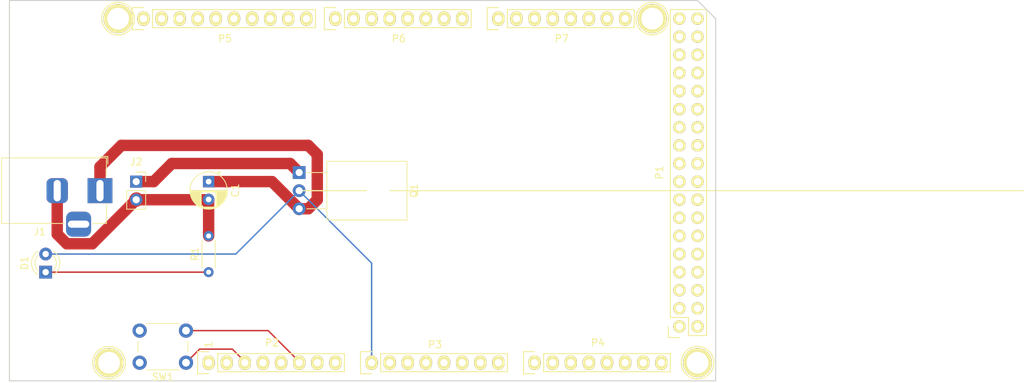
<source format=kicad_pcb>
(kicad_pcb (version 20171130) (host pcbnew "(5.1.2-1)-1")

  (general
    (thickness 1.6)
    (drawings 9)
    (tracks 38)
    (zones 0)
    (modules 18)
    (nets 89)
  )

  (page A4)
  (title_block
    (date "mar. 31 mars 2015")
  )

  (layers
    (0 F.Cu signal)
    (31 B.Cu signal)
    (32 B.Adhes user)
    (33 F.Adhes user)
    (34 B.Paste user)
    (35 F.Paste user)
    (36 B.SilkS user)
    (37 F.SilkS user)
    (38 B.Mask user)
    (39 F.Mask user)
    (40 Dwgs.User user)
    (41 Cmts.User user)
    (42 Eco1.User user)
    (43 Eco2.User user)
    (44 Edge.Cuts user)
    (45 Margin user)
    (46 B.CrtYd user)
    (47 F.CrtYd user)
    (48 B.Fab user)
    (49 F.Fab user)
  )

  (setup
    (last_trace_width 0.2)
    (user_trace_width 0.2)
    (user_trace_width 0.4)
    (user_trace_width 0.6)
    (user_trace_width 0.8)
    (user_trace_width 1)
    (user_trace_width 1.2)
    (user_trace_width 1.6)
    (user_trace_width 2)
    (trace_clearance 0.2)
    (zone_clearance 0.508)
    (zone_45_only no)
    (trace_min 0.2)
    (via_size 0.6)
    (via_drill 0.3)
    (via_min_size 0.4)
    (via_min_drill 0.3)
    (user_via 0.9 0.5)
    (user_via 1.2 0.8)
    (user_via 1.4 0.9)
    (user_via 1.5 1)
    (uvia_size 0.3)
    (uvia_drill 0.1)
    (uvias_allowed no)
    (uvia_min_size 0.2)
    (uvia_min_drill 0.1)
    (edge_width 0.15)
    (segment_width 0.15)
    (pcb_text_width 0.3)
    (pcb_text_size 1.5 1.5)
    (mod_edge_width 0.15)
    (mod_text_size 1 1)
    (mod_text_width 0.15)
    (pad_size 4.064 4.064)
    (pad_drill 3.048)
    (pad_to_mask_clearance 0)
    (aux_axis_origin 103.378 121.666)
    (grid_origin 131.318 119.126)
    (visible_elements FFFFFF7F)
    (pcbplotparams
      (layerselection 0x010f0_ffffffff)
      (usegerberextensions true)
      (usegerberattributes false)
      (usegerberadvancedattributes false)
      (creategerberjobfile false)
      (excludeedgelayer true)
      (linewidth 0.100000)
      (plotframeref false)
      (viasonmask true)
      (mode 1)
      (useauxorigin true)
      (hpglpennumber 1)
      (hpglpenspeed 20)
      (hpglpendiameter 15.000000)
      (psnegative false)
      (psa4output false)
      (plotreference true)
      (plotvalue false)
      (plotinvisibletext false)
      (padsonsilk false)
      (subtractmaskfromsilk true)
      (outputformat 1)
      (mirror false)
      (drillshape 0)
      (scaleselection 1)
      (outputdirectory ""))
  )

  (net 0 "")
  (net 1 GND)
  (net 2 "/52(SCK)")
  (net 3 "/53(SS)")
  (net 4 "/50(MISO)")
  (net 5 "/51(MOSI)")
  (net 6 /48)
  (net 7 /49)
  (net 8 /46)
  (net 9 /47)
  (net 10 /44)
  (net 11 /45)
  (net 12 /42)
  (net 13 /43)
  (net 14 /40)
  (net 15 /41)
  (net 16 /38)
  (net 17 /39)
  (net 18 /36)
  (net 19 /37)
  (net 20 /34)
  (net 21 /35)
  (net 22 /32)
  (net 23 /33)
  (net 24 /30)
  (net 25 /31)
  (net 26 /28)
  (net 27 /29)
  (net 28 /26)
  (net 29 /27)
  (net 30 /24)
  (net 31 /25)
  (net 32 /22)
  (net 33 /23)
  (net 34 +5V)
  (net 35 /IOREF)
  (net 36 /Reset)
  (net 37 /Vin)
  (net 38 /A0)
  (net 39 /A1)
  (net 40 /A2)
  (net 41 /A3)
  (net 42 /A4)
  (net 43 /A5)
  (net 44 /A6)
  (net 45 /A7)
  (net 46 /A8)
  (net 47 /A9)
  (net 48 /A10)
  (net 49 /A11)
  (net 50 /A12)
  (net 51 /A13)
  (net 52 /A14)
  (net 53 /A15)
  (net 54 /SCL)
  (net 55 /SDA)
  (net 56 /AREF)
  (net 57 "/20(SDA)")
  (net 58 "/21(SCL)")
  (net 59 "Net-(P8-Pad1)")
  (net 60 "Net-(P10-Pad1)")
  (net 61 "Net-(P11-Pad1)")
  (net 62 "Net-(P13-Pad1)")
  (net 63 "Net-(P2-Pad1)")
  (net 64 +3V3)
  (net 65 "/1(Tx0)")
  (net 66 "/0(Rx0)")
  (net 67 "/14(Tx3)")
  (net 68 "/15(Rx3)")
  (net 69 "/16(Tx2)")
  (net 70 "/17(Rx2)")
  (net 71 "/18(Tx1)")
  (net 72 "/19(Rx1)")
  (net 73 "/13(PWM)")
  (net 74 "/12(PWM)")
  (net 75 "/11(PWM)")
  (net 76 "/10(PWM)")
  (net 77 "/9(PWM)")
  (net 78 "/8(PWM)")
  (net 79 "/2(PWM)")
  (net 80 "/3(PWM)")
  (net 81 "/4(PWM)")
  (net 82 "/5(PWM)")
  (net 83 "/6(PWM)")
  (net 84 "/7(PWM)")
  (net 85 "Net-(C1-Pad1)")
  (net 86 "Net-(J1-Pad3)")
  (net 87 "Net-(J2-Pad1)")
  (net 88 "Net-(D1-Pad1)")

  (net_class Default "This is the default net class."
    (clearance 0.2)
    (trace_width 0.2)
    (via_dia 0.6)
    (via_drill 0.3)
    (uvia_dia 0.3)
    (uvia_drill 0.1)
    (diff_pair_width 0.2)
    (diff_pair_gap 0.2)
    (add_net +3V3)
    (add_net +5V)
    (add_net "/0(Rx0)")
    (add_net "/1(Tx0)")
    (add_net "/10(PWM)")
    (add_net "/11(PWM)")
    (add_net "/12(PWM)")
    (add_net "/13(PWM)")
    (add_net "/14(Tx3)")
    (add_net "/15(Rx3)")
    (add_net "/16(Tx2)")
    (add_net "/17(Rx2)")
    (add_net "/18(Tx1)")
    (add_net "/19(Rx1)")
    (add_net "/2(PWM)")
    (add_net "/20(SDA)")
    (add_net "/21(SCL)")
    (add_net /22)
    (add_net /23)
    (add_net /24)
    (add_net /25)
    (add_net /26)
    (add_net /27)
    (add_net /28)
    (add_net /29)
    (add_net "/3(PWM)")
    (add_net /30)
    (add_net /31)
    (add_net /32)
    (add_net /33)
    (add_net /34)
    (add_net /35)
    (add_net /36)
    (add_net /37)
    (add_net /38)
    (add_net /39)
    (add_net "/4(PWM)")
    (add_net /40)
    (add_net /41)
    (add_net /42)
    (add_net /43)
    (add_net /44)
    (add_net /45)
    (add_net /46)
    (add_net /47)
    (add_net /48)
    (add_net /49)
    (add_net "/5(PWM)")
    (add_net "/50(MISO)")
    (add_net "/51(MOSI)")
    (add_net "/52(SCK)")
    (add_net "/53(SS)")
    (add_net "/6(PWM)")
    (add_net "/7(PWM)")
    (add_net "/8(PWM)")
    (add_net "/9(PWM)")
    (add_net /A0)
    (add_net /A1)
    (add_net /A10)
    (add_net /A11)
    (add_net /A12)
    (add_net /A13)
    (add_net /A14)
    (add_net /A15)
    (add_net /A2)
    (add_net /A3)
    (add_net /A4)
    (add_net /A5)
    (add_net /A6)
    (add_net /A7)
    (add_net /A8)
    (add_net /A9)
    (add_net /AREF)
    (add_net /IOREF)
    (add_net /Reset)
    (add_net /SCL)
    (add_net /SDA)
    (add_net /Vin)
    (add_net GND)
    (add_net "Net-(C1-Pad1)")
    (add_net "Net-(D1-Pad1)")
    (add_net "Net-(J1-Pad3)")
    (add_net "Net-(J2-Pad1)")
    (add_net "Net-(P10-Pad1)")
    (add_net "Net-(P11-Pad1)")
    (add_net "Net-(P13-Pad1)")
    (add_net "Net-(P2-Pad1)")
    (add_net "Net-(P8-Pad1)")
  )

  (module Socket_Arduino_Mega:Socket_Strip_Arduino_2x18 locked (layer F.Cu) (tedit 55216789) (tstamp 551AFCE5)
    (at 197.358 114.046 90)
    (descr "Through hole socket strip")
    (tags "socket strip")
    (path /56D743B5)
    (fp_text reference P1 (at 21.59 -2.794 90) (layer F.SilkS)
      (effects (font (size 1 1) (thickness 0.15)))
    )
    (fp_text value Digital (at 21.59 -4.572 90) (layer F.Fab)
      (effects (font (size 1 1) (thickness 0.15)))
    )
    (fp_line (start -1.75 -1.75) (end -1.75 4.3) (layer F.CrtYd) (width 0.05))
    (fp_line (start 44.95 -1.75) (end 44.95 4.3) (layer F.CrtYd) (width 0.05))
    (fp_line (start -1.75 -1.75) (end 44.95 -1.75) (layer F.CrtYd) (width 0.05))
    (fp_line (start -1.75 4.3) (end 44.95 4.3) (layer F.CrtYd) (width 0.05))
    (fp_line (start -1.27 3.81) (end 44.45 3.81) (layer F.SilkS) (width 0.15))
    (fp_line (start 44.45 -1.27) (end 1.27 -1.27) (layer F.SilkS) (width 0.15))
    (fp_line (start 44.45 3.81) (end 44.45 -1.27) (layer F.SilkS) (width 0.15))
    (fp_line (start -1.27 3.81) (end -1.27 1.27) (layer F.SilkS) (width 0.15))
    (fp_line (start 0 -1.55) (end -1.55 -1.55) (layer F.SilkS) (width 0.15))
    (fp_line (start -1.27 1.27) (end 1.27 1.27) (layer F.SilkS) (width 0.15))
    (fp_line (start 1.27 1.27) (end 1.27 -1.27) (layer F.SilkS) (width 0.15))
    (fp_line (start -1.55 -1.55) (end -1.55 0) (layer F.SilkS) (width 0.15))
    (pad 1 thru_hole circle (at 0 0 90) (size 1.7272 1.7272) (drill 1.016) (layers *.Cu *.Mask F.SilkS)
      (net 1 GND))
    (pad 2 thru_hole oval (at 0 2.54 90) (size 1.7272 1.7272) (drill 1.016) (layers *.Cu *.Mask F.SilkS)
      (net 1 GND))
    (pad 3 thru_hole oval (at 2.54 0 90) (size 1.7272 1.7272) (drill 1.016) (layers *.Cu *.Mask F.SilkS)
      (net 2 "/52(SCK)"))
    (pad 4 thru_hole oval (at 2.54 2.54 90) (size 1.7272 1.7272) (drill 1.016) (layers *.Cu *.Mask F.SilkS)
      (net 3 "/53(SS)"))
    (pad 5 thru_hole oval (at 5.08 0 90) (size 1.7272 1.7272) (drill 1.016) (layers *.Cu *.Mask F.SilkS)
      (net 4 "/50(MISO)"))
    (pad 6 thru_hole oval (at 5.08 2.54 90) (size 1.7272 1.7272) (drill 1.016) (layers *.Cu *.Mask F.SilkS)
      (net 5 "/51(MOSI)"))
    (pad 7 thru_hole oval (at 7.62 0 90) (size 1.7272 1.7272) (drill 1.016) (layers *.Cu *.Mask F.SilkS)
      (net 6 /48))
    (pad 8 thru_hole oval (at 7.62 2.54 90) (size 1.7272 1.7272) (drill 1.016) (layers *.Cu *.Mask F.SilkS)
      (net 7 /49))
    (pad 9 thru_hole oval (at 10.16 0 90) (size 1.7272 1.7272) (drill 1.016) (layers *.Cu *.Mask F.SilkS)
      (net 8 /46))
    (pad 10 thru_hole oval (at 10.16 2.54 90) (size 1.7272 1.7272) (drill 1.016) (layers *.Cu *.Mask F.SilkS)
      (net 9 /47))
    (pad 11 thru_hole oval (at 12.7 0 90) (size 1.7272 1.7272) (drill 1.016) (layers *.Cu *.Mask F.SilkS)
      (net 10 /44))
    (pad 12 thru_hole oval (at 12.7 2.54 90) (size 1.7272 1.7272) (drill 1.016) (layers *.Cu *.Mask F.SilkS)
      (net 11 /45))
    (pad 13 thru_hole oval (at 15.24 0 90) (size 1.7272 1.7272) (drill 1.016) (layers *.Cu *.Mask F.SilkS)
      (net 12 /42))
    (pad 14 thru_hole oval (at 15.24 2.54 90) (size 1.7272 1.7272) (drill 1.016) (layers *.Cu *.Mask F.SilkS)
      (net 13 /43))
    (pad 15 thru_hole oval (at 17.78 0 90) (size 1.7272 1.7272) (drill 1.016) (layers *.Cu *.Mask F.SilkS)
      (net 14 /40))
    (pad 16 thru_hole oval (at 17.78 2.54 90) (size 1.7272 1.7272) (drill 1.016) (layers *.Cu *.Mask F.SilkS)
      (net 15 /41))
    (pad 17 thru_hole oval (at 20.32 0 90) (size 1.7272 1.7272) (drill 1.016) (layers *.Cu *.Mask F.SilkS)
      (net 16 /38))
    (pad 18 thru_hole oval (at 20.32 2.54 90) (size 1.7272 1.7272) (drill 1.016) (layers *.Cu *.Mask F.SilkS)
      (net 17 /39))
    (pad 19 thru_hole oval (at 22.86 0 90) (size 1.7272 1.7272) (drill 1.016) (layers *.Cu *.Mask F.SilkS)
      (net 18 /36))
    (pad 20 thru_hole oval (at 22.86 2.54 90) (size 1.7272 1.7272) (drill 1.016) (layers *.Cu *.Mask F.SilkS)
      (net 19 /37))
    (pad 21 thru_hole oval (at 25.4 0 90) (size 1.7272 1.7272) (drill 1.016) (layers *.Cu *.Mask F.SilkS)
      (net 20 /34))
    (pad 22 thru_hole oval (at 25.4 2.54 90) (size 1.7272 1.7272) (drill 1.016) (layers *.Cu *.Mask F.SilkS)
      (net 21 /35))
    (pad 23 thru_hole oval (at 27.94 0 90) (size 1.7272 1.7272) (drill 1.016) (layers *.Cu *.Mask F.SilkS)
      (net 22 /32))
    (pad 24 thru_hole oval (at 27.94 2.54 90) (size 1.7272 1.7272) (drill 1.016) (layers *.Cu *.Mask F.SilkS)
      (net 23 /33))
    (pad 25 thru_hole oval (at 30.48 0 90) (size 1.7272 1.7272) (drill 1.016) (layers *.Cu *.Mask F.SilkS)
      (net 24 /30))
    (pad 26 thru_hole oval (at 30.48 2.54 90) (size 1.7272 1.7272) (drill 1.016) (layers *.Cu *.Mask F.SilkS)
      (net 25 /31))
    (pad 27 thru_hole oval (at 33.02 0 90) (size 1.7272 1.7272) (drill 1.016) (layers *.Cu *.Mask F.SilkS)
      (net 26 /28))
    (pad 28 thru_hole oval (at 33.02 2.54 90) (size 1.7272 1.7272) (drill 1.016) (layers *.Cu *.Mask F.SilkS)
      (net 27 /29))
    (pad 29 thru_hole oval (at 35.56 0 90) (size 1.7272 1.7272) (drill 1.016) (layers *.Cu *.Mask F.SilkS)
      (net 28 /26))
    (pad 30 thru_hole oval (at 35.56 2.54 90) (size 1.7272 1.7272) (drill 1.016) (layers *.Cu *.Mask F.SilkS)
      (net 29 /27))
    (pad 31 thru_hole oval (at 38.1 0 90) (size 1.7272 1.7272) (drill 1.016) (layers *.Cu *.Mask F.SilkS)
      (net 30 /24))
    (pad 32 thru_hole oval (at 38.1 2.54 90) (size 1.7272 1.7272) (drill 1.016) (layers *.Cu *.Mask F.SilkS)
      (net 31 /25))
    (pad 33 thru_hole oval (at 40.64 0 90) (size 1.7272 1.7272) (drill 1.016) (layers *.Cu *.Mask F.SilkS)
      (net 32 /22))
    (pad 34 thru_hole oval (at 40.64 2.54 90) (size 1.7272 1.7272) (drill 1.016) (layers *.Cu *.Mask F.SilkS)
      (net 33 /23))
    (pad 35 thru_hole oval (at 43.18 0 90) (size 1.7272 1.7272) (drill 1.016) (layers *.Cu *.Mask F.SilkS)
      (net 34 +5V))
    (pad 36 thru_hole oval (at 43.18 2.54 90) (size 1.7272 1.7272) (drill 1.016) (layers *.Cu *.Mask F.SilkS)
      (net 34 +5V))
    (model ${KIPRJMOD}/Socket_Arduino_Mega.3dshapes/Socket_header_Arduino_2x18.wrl
      (offset (xyz 21.58999967575073 -1.269999980926514 0))
      (scale (xyz 1 1 1))
      (rotate (xyz 0 0 180))
    )
  )

  (module Socket_Arduino_Mega:Socket_Strip_Arduino_1x08 locked (layer F.Cu) (tedit 55216755) (tstamp 551AFCFC)
    (at 131.318 119.126)
    (descr "Through hole socket strip")
    (tags "socket strip")
    (path /56D71773)
    (fp_text reference P2 (at 8.89 -2.794) (layer F.SilkS)
      (effects (font (size 1 1) (thickness 0.15)))
    )
    (fp_text value Power (at 8.89 -4.318) (layer F.Fab)
      (effects (font (size 1 1) (thickness 0.15)))
    )
    (fp_line (start -1.75 -1.75) (end -1.75 1.75) (layer F.CrtYd) (width 0.05))
    (fp_line (start 19.55 -1.75) (end 19.55 1.75) (layer F.CrtYd) (width 0.05))
    (fp_line (start -1.75 -1.75) (end 19.55 -1.75) (layer F.CrtYd) (width 0.05))
    (fp_line (start -1.75 1.75) (end 19.55 1.75) (layer F.CrtYd) (width 0.05))
    (fp_line (start 1.27 1.27) (end 19.05 1.27) (layer F.SilkS) (width 0.15))
    (fp_line (start 19.05 1.27) (end 19.05 -1.27) (layer F.SilkS) (width 0.15))
    (fp_line (start 19.05 -1.27) (end 1.27 -1.27) (layer F.SilkS) (width 0.15))
    (fp_line (start -1.55 1.55) (end 0 1.55) (layer F.SilkS) (width 0.15))
    (fp_line (start 1.27 1.27) (end 1.27 -1.27) (layer F.SilkS) (width 0.15))
    (fp_line (start 0 -1.55) (end -1.55 -1.55) (layer F.SilkS) (width 0.15))
    (fp_line (start -1.55 -1.55) (end -1.55 1.55) (layer F.SilkS) (width 0.15))
    (pad 1 thru_hole oval (at 0 0) (size 1.7272 2.032) (drill 1.016) (layers *.Cu *.Mask F.SilkS)
      (net 63 "Net-(P2-Pad1)"))
    (pad 2 thru_hole oval (at 2.54 0) (size 1.7272 2.032) (drill 1.016) (layers *.Cu *.Mask F.SilkS)
      (net 35 /IOREF))
    (pad 3 thru_hole oval (at 5.08 0) (size 1.7272 2.032) (drill 1.016) (layers *.Cu *.Mask F.SilkS)
      (net 36 /Reset))
    (pad 4 thru_hole oval (at 7.62 0) (size 1.7272 2.032) (drill 1.016) (layers *.Cu *.Mask F.SilkS)
      (net 64 +3V3))
    (pad 5 thru_hole oval (at 10.16 0) (size 1.7272 2.032) (drill 1.016) (layers *.Cu *.Mask F.SilkS)
      (net 34 +5V))
    (pad 6 thru_hole oval (at 12.7 0) (size 1.7272 2.032) (drill 1.016) (layers *.Cu *.Mask F.SilkS)
      (net 1 GND))
    (pad 7 thru_hole oval (at 15.24 0) (size 1.7272 2.032) (drill 1.016) (layers *.Cu *.Mask F.SilkS)
      (net 1 GND))
    (pad 8 thru_hole oval (at 17.78 0) (size 1.7272 2.032) (drill 1.016) (layers *.Cu *.Mask F.SilkS)
      (net 37 /Vin))
    (model ${KIPRJMOD}/Socket_Arduino_Mega.3dshapes/Socket_header_Arduino_1x08.wrl
      (offset (xyz 8.889999866485596 0 0))
      (scale (xyz 1 1 1))
      (rotate (xyz 0 0 180))
    )
  )

  (module Socket_Arduino_Mega:Socket_Strip_Arduino_1x08 locked (layer F.Cu) (tedit 5521677D) (tstamp 551AFD13)
    (at 154.178 119.126)
    (descr "Through hole socket strip")
    (tags "socket strip")
    (path /56D72F1C)
    (fp_text reference P3 (at 8.89 -2.54) (layer F.SilkS)
      (effects (font (size 1 1) (thickness 0.15)))
    )
    (fp_text value Analog (at 8.89 -4.318) (layer F.Fab)
      (effects (font (size 1 1) (thickness 0.15)))
    )
    (fp_line (start -1.75 -1.75) (end -1.75 1.75) (layer F.CrtYd) (width 0.05))
    (fp_line (start 19.55 -1.75) (end 19.55 1.75) (layer F.CrtYd) (width 0.05))
    (fp_line (start -1.75 -1.75) (end 19.55 -1.75) (layer F.CrtYd) (width 0.05))
    (fp_line (start -1.75 1.75) (end 19.55 1.75) (layer F.CrtYd) (width 0.05))
    (fp_line (start 1.27 1.27) (end 19.05 1.27) (layer F.SilkS) (width 0.15))
    (fp_line (start 19.05 1.27) (end 19.05 -1.27) (layer F.SilkS) (width 0.15))
    (fp_line (start 19.05 -1.27) (end 1.27 -1.27) (layer F.SilkS) (width 0.15))
    (fp_line (start -1.55 1.55) (end 0 1.55) (layer F.SilkS) (width 0.15))
    (fp_line (start 1.27 1.27) (end 1.27 -1.27) (layer F.SilkS) (width 0.15))
    (fp_line (start 0 -1.55) (end -1.55 -1.55) (layer F.SilkS) (width 0.15))
    (fp_line (start -1.55 -1.55) (end -1.55 1.55) (layer F.SilkS) (width 0.15))
    (pad 1 thru_hole oval (at 0 0) (size 1.7272 2.032) (drill 1.016) (layers *.Cu *.Mask F.SilkS)
      (net 38 /A0))
    (pad 2 thru_hole oval (at 2.54 0) (size 1.7272 2.032) (drill 1.016) (layers *.Cu *.Mask F.SilkS)
      (net 39 /A1))
    (pad 3 thru_hole oval (at 5.08 0) (size 1.7272 2.032) (drill 1.016) (layers *.Cu *.Mask F.SilkS)
      (net 40 /A2))
    (pad 4 thru_hole oval (at 7.62 0) (size 1.7272 2.032) (drill 1.016) (layers *.Cu *.Mask F.SilkS)
      (net 41 /A3))
    (pad 5 thru_hole oval (at 10.16 0) (size 1.7272 2.032) (drill 1.016) (layers *.Cu *.Mask F.SilkS)
      (net 42 /A4))
    (pad 6 thru_hole oval (at 12.7 0) (size 1.7272 2.032) (drill 1.016) (layers *.Cu *.Mask F.SilkS)
      (net 43 /A5))
    (pad 7 thru_hole oval (at 15.24 0) (size 1.7272 2.032) (drill 1.016) (layers *.Cu *.Mask F.SilkS)
      (net 44 /A6))
    (pad 8 thru_hole oval (at 17.78 0) (size 1.7272 2.032) (drill 1.016) (layers *.Cu *.Mask F.SilkS)
      (net 45 /A7))
    (model ${KIPRJMOD}/Socket_Arduino_Mega.3dshapes/Socket_header_Arduino_1x08.wrl
      (offset (xyz 8.889999866485596 0 0))
      (scale (xyz 1 1 1))
      (rotate (xyz 0 0 180))
    )
  )

  (module Socket_Arduino_Mega:Socket_Strip_Arduino_1x08 locked (layer F.Cu) (tedit 55216772) (tstamp 551AFD2A)
    (at 177.038 119.126)
    (descr "Through hole socket strip")
    (tags "socket strip")
    (path /56D73A0E)
    (fp_text reference P4 (at 8.89 -2.794) (layer F.SilkS)
      (effects (font (size 1 1) (thickness 0.15)))
    )
    (fp_text value Analog (at 8.89 -4.318) (layer F.Fab)
      (effects (font (size 1 1) (thickness 0.15)))
    )
    (fp_line (start -1.75 -1.75) (end -1.75 1.75) (layer F.CrtYd) (width 0.05))
    (fp_line (start 19.55 -1.75) (end 19.55 1.75) (layer F.CrtYd) (width 0.05))
    (fp_line (start -1.75 -1.75) (end 19.55 -1.75) (layer F.CrtYd) (width 0.05))
    (fp_line (start -1.75 1.75) (end 19.55 1.75) (layer F.CrtYd) (width 0.05))
    (fp_line (start 1.27 1.27) (end 19.05 1.27) (layer F.SilkS) (width 0.15))
    (fp_line (start 19.05 1.27) (end 19.05 -1.27) (layer F.SilkS) (width 0.15))
    (fp_line (start 19.05 -1.27) (end 1.27 -1.27) (layer F.SilkS) (width 0.15))
    (fp_line (start -1.55 1.55) (end 0 1.55) (layer F.SilkS) (width 0.15))
    (fp_line (start 1.27 1.27) (end 1.27 -1.27) (layer F.SilkS) (width 0.15))
    (fp_line (start 0 -1.55) (end -1.55 -1.55) (layer F.SilkS) (width 0.15))
    (fp_line (start -1.55 -1.55) (end -1.55 1.55) (layer F.SilkS) (width 0.15))
    (pad 1 thru_hole oval (at 0 0) (size 1.7272 2.032) (drill 1.016) (layers *.Cu *.Mask F.SilkS)
      (net 46 /A8))
    (pad 2 thru_hole oval (at 2.54 0) (size 1.7272 2.032) (drill 1.016) (layers *.Cu *.Mask F.SilkS)
      (net 47 /A9))
    (pad 3 thru_hole oval (at 5.08 0) (size 1.7272 2.032) (drill 1.016) (layers *.Cu *.Mask F.SilkS)
      (net 48 /A10))
    (pad 4 thru_hole oval (at 7.62 0) (size 1.7272 2.032) (drill 1.016) (layers *.Cu *.Mask F.SilkS)
      (net 49 /A11))
    (pad 5 thru_hole oval (at 10.16 0) (size 1.7272 2.032) (drill 1.016) (layers *.Cu *.Mask F.SilkS)
      (net 50 /A12))
    (pad 6 thru_hole oval (at 12.7 0) (size 1.7272 2.032) (drill 1.016) (layers *.Cu *.Mask F.SilkS)
      (net 51 /A13))
    (pad 7 thru_hole oval (at 15.24 0) (size 1.7272 2.032) (drill 1.016) (layers *.Cu *.Mask F.SilkS)
      (net 52 /A14))
    (pad 8 thru_hole oval (at 17.78 0) (size 1.7272 2.032) (drill 1.016) (layers *.Cu *.Mask F.SilkS)
      (net 53 /A15))
    (model ${KIPRJMOD}/Socket_Arduino_Mega.3dshapes/Socket_header_Arduino_1x08.wrl
      (offset (xyz 8.889999866485596 0 0))
      (scale (xyz 1 1 1))
      (rotate (xyz 0 0 180))
    )
  )

  (module Socket_Arduino_Mega:Socket_Strip_Arduino_1x10 locked (layer F.Cu) (tedit 551AFC9C) (tstamp 551AFD43)
    (at 122.174 70.866)
    (descr "Through hole socket strip")
    (tags "socket strip")
    (path /56D72368)
    (fp_text reference P5 (at 11.43 2.794) (layer F.SilkS)
      (effects (font (size 1 1) (thickness 0.15)))
    )
    (fp_text value PWM (at 11.43 4.318) (layer F.Fab)
      (effects (font (size 1 1) (thickness 0.15)))
    )
    (fp_line (start -1.75 -1.75) (end -1.75 1.75) (layer F.CrtYd) (width 0.05))
    (fp_line (start 24.65 -1.75) (end 24.65 1.75) (layer F.CrtYd) (width 0.05))
    (fp_line (start -1.75 -1.75) (end 24.65 -1.75) (layer F.CrtYd) (width 0.05))
    (fp_line (start -1.75 1.75) (end 24.65 1.75) (layer F.CrtYd) (width 0.05))
    (fp_line (start 1.27 1.27) (end 24.13 1.27) (layer F.SilkS) (width 0.15))
    (fp_line (start 24.13 1.27) (end 24.13 -1.27) (layer F.SilkS) (width 0.15))
    (fp_line (start 24.13 -1.27) (end 1.27 -1.27) (layer F.SilkS) (width 0.15))
    (fp_line (start -1.55 1.55) (end 0 1.55) (layer F.SilkS) (width 0.15))
    (fp_line (start 1.27 1.27) (end 1.27 -1.27) (layer F.SilkS) (width 0.15))
    (fp_line (start 0 -1.55) (end -1.55 -1.55) (layer F.SilkS) (width 0.15))
    (fp_line (start -1.55 -1.55) (end -1.55 1.55) (layer F.SilkS) (width 0.15))
    (pad 1 thru_hole oval (at 0 0) (size 1.7272 2.032) (drill 1.016) (layers *.Cu *.Mask F.SilkS)
      (net 54 /SCL))
    (pad 2 thru_hole oval (at 2.54 0) (size 1.7272 2.032) (drill 1.016) (layers *.Cu *.Mask F.SilkS)
      (net 55 /SDA))
    (pad 3 thru_hole oval (at 5.08 0) (size 1.7272 2.032) (drill 1.016) (layers *.Cu *.Mask F.SilkS)
      (net 56 /AREF))
    (pad 4 thru_hole oval (at 7.62 0) (size 1.7272 2.032) (drill 1.016) (layers *.Cu *.Mask F.SilkS)
      (net 1 GND))
    (pad 5 thru_hole oval (at 10.16 0) (size 1.7272 2.032) (drill 1.016) (layers *.Cu *.Mask F.SilkS)
      (net 73 "/13(PWM)"))
    (pad 6 thru_hole oval (at 12.7 0) (size 1.7272 2.032) (drill 1.016) (layers *.Cu *.Mask F.SilkS)
      (net 74 "/12(PWM)"))
    (pad 7 thru_hole oval (at 15.24 0) (size 1.7272 2.032) (drill 1.016) (layers *.Cu *.Mask F.SilkS)
      (net 75 "/11(PWM)"))
    (pad 8 thru_hole oval (at 17.78 0) (size 1.7272 2.032) (drill 1.016) (layers *.Cu *.Mask F.SilkS)
      (net 76 "/10(PWM)"))
    (pad 9 thru_hole oval (at 20.32 0) (size 1.7272 2.032) (drill 1.016) (layers *.Cu *.Mask F.SilkS)
      (net 77 "/9(PWM)"))
    (pad 10 thru_hole oval (at 22.86 0) (size 1.7272 2.032) (drill 1.016) (layers *.Cu *.Mask F.SilkS)
      (net 78 "/8(PWM)"))
    (model ${KIPRJMOD}/Socket_Arduino_Mega.3dshapes/Socket_header_Arduino_1x10.wrl
      (offset (xyz 11.42999982833862 0 0))
      (scale (xyz 1 1 1))
      (rotate (xyz 0 0 180))
    )
  )

  (module Socket_Arduino_Mega:Socket_Strip_Arduino_1x08 locked (layer F.Cu) (tedit 551AFC7F) (tstamp 551AFD5A)
    (at 149.098 70.866)
    (descr "Through hole socket strip")
    (tags "socket strip")
    (path /56D734D0)
    (fp_text reference P6 (at 8.89 2.794) (layer F.SilkS)
      (effects (font (size 1 1) (thickness 0.15)))
    )
    (fp_text value PWM (at 8.89 4.318) (layer F.Fab)
      (effects (font (size 1 1) (thickness 0.15)))
    )
    (fp_line (start -1.75 -1.75) (end -1.75 1.75) (layer F.CrtYd) (width 0.05))
    (fp_line (start 19.55 -1.75) (end 19.55 1.75) (layer F.CrtYd) (width 0.05))
    (fp_line (start -1.75 -1.75) (end 19.55 -1.75) (layer F.CrtYd) (width 0.05))
    (fp_line (start -1.75 1.75) (end 19.55 1.75) (layer F.CrtYd) (width 0.05))
    (fp_line (start 1.27 1.27) (end 19.05 1.27) (layer F.SilkS) (width 0.15))
    (fp_line (start 19.05 1.27) (end 19.05 -1.27) (layer F.SilkS) (width 0.15))
    (fp_line (start 19.05 -1.27) (end 1.27 -1.27) (layer F.SilkS) (width 0.15))
    (fp_line (start -1.55 1.55) (end 0 1.55) (layer F.SilkS) (width 0.15))
    (fp_line (start 1.27 1.27) (end 1.27 -1.27) (layer F.SilkS) (width 0.15))
    (fp_line (start 0 -1.55) (end -1.55 -1.55) (layer F.SilkS) (width 0.15))
    (fp_line (start -1.55 -1.55) (end -1.55 1.55) (layer F.SilkS) (width 0.15))
    (pad 1 thru_hole oval (at 0 0) (size 1.7272 2.032) (drill 1.016) (layers *.Cu *.Mask F.SilkS)
      (net 84 "/7(PWM)"))
    (pad 2 thru_hole oval (at 2.54 0) (size 1.7272 2.032) (drill 1.016) (layers *.Cu *.Mask F.SilkS)
      (net 83 "/6(PWM)"))
    (pad 3 thru_hole oval (at 5.08 0) (size 1.7272 2.032) (drill 1.016) (layers *.Cu *.Mask F.SilkS)
      (net 82 "/5(PWM)"))
    (pad 4 thru_hole oval (at 7.62 0) (size 1.7272 2.032) (drill 1.016) (layers *.Cu *.Mask F.SilkS)
      (net 81 "/4(PWM)"))
    (pad 5 thru_hole oval (at 10.16 0) (size 1.7272 2.032) (drill 1.016) (layers *.Cu *.Mask F.SilkS)
      (net 80 "/3(PWM)"))
    (pad 6 thru_hole oval (at 12.7 0) (size 1.7272 2.032) (drill 1.016) (layers *.Cu *.Mask F.SilkS)
      (net 79 "/2(PWM)"))
    (pad 7 thru_hole oval (at 15.24 0) (size 1.7272 2.032) (drill 1.016) (layers *.Cu *.Mask F.SilkS)
      (net 65 "/1(Tx0)"))
    (pad 8 thru_hole oval (at 17.78 0) (size 1.7272 2.032) (drill 1.016) (layers *.Cu *.Mask F.SilkS)
      (net 66 "/0(Rx0)"))
    (model ${KIPRJMOD}/Socket_Arduino_Mega.3dshapes/Socket_header_Arduino_1x08.wrl
      (offset (xyz 8.889999866485596 0 0))
      (scale (xyz 1 1 1))
      (rotate (xyz 0 0 180))
    )
  )

  (module Socket_Arduino_Mega:Socket_Strip_Arduino_1x08 locked (layer F.Cu) (tedit 551AFC73) (tstamp 551AFD71)
    (at 171.958 70.866)
    (descr "Through hole socket strip")
    (tags "socket strip")
    (path /56D73F2C)
    (fp_text reference P7 (at 8.89 2.794) (layer F.SilkS)
      (effects (font (size 1 1) (thickness 0.15)))
    )
    (fp_text value Communication (at 8.89 4.064) (layer F.Fab)
      (effects (font (size 1 1) (thickness 0.15)))
    )
    (fp_line (start -1.75 -1.75) (end -1.75 1.75) (layer F.CrtYd) (width 0.05))
    (fp_line (start 19.55 -1.75) (end 19.55 1.75) (layer F.CrtYd) (width 0.05))
    (fp_line (start -1.75 -1.75) (end 19.55 -1.75) (layer F.CrtYd) (width 0.05))
    (fp_line (start -1.75 1.75) (end 19.55 1.75) (layer F.CrtYd) (width 0.05))
    (fp_line (start 1.27 1.27) (end 19.05 1.27) (layer F.SilkS) (width 0.15))
    (fp_line (start 19.05 1.27) (end 19.05 -1.27) (layer F.SilkS) (width 0.15))
    (fp_line (start 19.05 -1.27) (end 1.27 -1.27) (layer F.SilkS) (width 0.15))
    (fp_line (start -1.55 1.55) (end 0 1.55) (layer F.SilkS) (width 0.15))
    (fp_line (start 1.27 1.27) (end 1.27 -1.27) (layer F.SilkS) (width 0.15))
    (fp_line (start 0 -1.55) (end -1.55 -1.55) (layer F.SilkS) (width 0.15))
    (fp_line (start -1.55 -1.55) (end -1.55 1.55) (layer F.SilkS) (width 0.15))
    (pad 1 thru_hole oval (at 0 0) (size 1.7272 2.032) (drill 1.016) (layers *.Cu *.Mask F.SilkS)
      (net 67 "/14(Tx3)"))
    (pad 2 thru_hole oval (at 2.54 0) (size 1.7272 2.032) (drill 1.016) (layers *.Cu *.Mask F.SilkS)
      (net 68 "/15(Rx3)"))
    (pad 3 thru_hole oval (at 5.08 0) (size 1.7272 2.032) (drill 1.016) (layers *.Cu *.Mask F.SilkS)
      (net 69 "/16(Tx2)"))
    (pad 4 thru_hole oval (at 7.62 0) (size 1.7272 2.032) (drill 1.016) (layers *.Cu *.Mask F.SilkS)
      (net 70 "/17(Rx2)"))
    (pad 5 thru_hole oval (at 10.16 0) (size 1.7272 2.032) (drill 1.016) (layers *.Cu *.Mask F.SilkS)
      (net 71 "/18(Tx1)"))
    (pad 6 thru_hole oval (at 12.7 0) (size 1.7272 2.032) (drill 1.016) (layers *.Cu *.Mask F.SilkS)
      (net 72 "/19(Rx1)"))
    (pad 7 thru_hole oval (at 15.24 0) (size 1.7272 2.032) (drill 1.016) (layers *.Cu *.Mask F.SilkS)
      (net 57 "/20(SDA)"))
    (pad 8 thru_hole oval (at 17.78 0) (size 1.7272 2.032) (drill 1.016) (layers *.Cu *.Mask F.SilkS)
      (net 58 "/21(SCL)"))
    (model ${KIPRJMOD}/Socket_Arduino_Mega.3dshapes/Socket_header_Arduino_1x08.wrl
      (offset (xyz 8.889999866485596 0 0))
      (scale (xyz 1 1 1))
      (rotate (xyz 0 0 180))
    )
  )

  (module Socket_Arduino_Mega:Arduino_1pin locked (layer F.Cu) (tedit 5524FDA7) (tstamp 5524FE07)
    (at 117.348 119.126)
    (descr "module 1 pin (ou trou mecanique de percage)")
    (tags DEV)
    (path /56D70B71)
    (fp_text reference P8 (at 0 -3.048) (layer F.SilkS) hide
      (effects (font (size 1 1) (thickness 0.15)))
    )
    (fp_text value CONN_01X01 (at 0 2.794) (layer F.Fab) hide
      (effects (font (size 1 1) (thickness 0.15)))
    )
    (fp_circle (center 0 0) (end 0 -2.286) (layer F.SilkS) (width 0.15))
    (pad 1 thru_hole circle (at 0 0) (size 4.064 4.064) (drill 3.048) (layers *.Cu *.Mask F.SilkS)
      (net 59 "Net-(P8-Pad1)"))
  )

  (module Socket_Arduino_Mega:Arduino_1pin locked (layer F.Cu) (tedit 5524FDBB) (tstamp 5524FE11)
    (at 199.898 119.126)
    (descr "module 1 pin (ou trou mecanique de percage)")
    (tags DEV)
    (path /56D70CE6)
    (fp_text reference P10 (at 0 -3.048) (layer F.SilkS) hide
      (effects (font (size 1 1) (thickness 0.15)))
    )
    (fp_text value CONN_01X01 (at 0 2.794) (layer F.Fab) hide
      (effects (font (size 1 1) (thickness 0.15)))
    )
    (fp_circle (center 0 0) (end 0 -2.286) (layer F.SilkS) (width 0.15))
    (pad 1 thru_hole circle (at 0 0) (size 4.064 4.064) (drill 3.048) (layers *.Cu *.Mask F.SilkS)
      (net 60 "Net-(P10-Pad1)"))
  )

  (module Socket_Arduino_Mega:Arduino_1pin locked (layer F.Cu) (tedit 5524FDD2) (tstamp 5524FE16)
    (at 118.618 70.866)
    (descr "module 1 pin (ou trou mecanique de percage)")
    (tags DEV)
    (path /56D70D2C)
    (fp_text reference P11 (at 0 -3.048) (layer F.SilkS) hide
      (effects (font (size 1 1) (thickness 0.15)))
    )
    (fp_text value CONN_01X01 (at 0 2.794) (layer F.Fab) hide
      (effects (font (size 1 1) (thickness 0.15)))
    )
    (fp_circle (center 0 0) (end 0 -2.286) (layer F.SilkS) (width 0.15))
    (pad 1 thru_hole circle (at 0 0) (size 4.064 4.064) (drill 3.048) (layers *.Cu *.Mask F.SilkS)
      (net 61 "Net-(P11-Pad1)"))
  )

  (module Socket_Arduino_Mega:Arduino_1pin locked (layer F.Cu) (tedit 5524FDC4) (tstamp 5524FE20)
    (at 193.548 70.866)
    (descr "module 1 pin (ou trou mecanique de percage)")
    (tags DEV)
    (path /56D711F0)
    (fp_text reference P13 (at 0 -3.048) (layer F.SilkS) hide
      (effects (font (size 1 1) (thickness 0.15)))
    )
    (fp_text value CONN_01X01 (at 0 2.794) (layer F.Fab) hide
      (effects (font (size 1 1) (thickness 0.15)))
    )
    (fp_circle (center 0 0) (end 0 -2.286) (layer F.SilkS) (width 0.15))
    (pad 1 thru_hole circle (at 0 0) (size 4.064 4.064) (drill 3.048) (layers *.Cu *.Mask F.SilkS)
      (net 62 "Net-(P13-Pad1)"))
  )

  (module Capacitor_THT:CP_Radial_D5.0mm_P2.50mm (layer F.Cu) (tedit 5AE50EF0) (tstamp 5EC31446)
    (at 131.318 93.726 270)
    (descr "CP, Radial series, Radial, pin pitch=2.50mm, , diameter=5mm, Electrolytic Capacitor")
    (tags "CP Radial series Radial pin pitch 2.50mm  diameter 5mm Electrolytic Capacitor")
    (path /5D50514B)
    (fp_text reference C1 (at 1.25 -3.75 90) (layer F.SilkS)
      (effects (font (size 1 1) (thickness 0.15)))
    )
    (fp_text value C (at 1.25 3.75 90) (layer F.Fab)
      (effects (font (size 1 1) (thickness 0.15)))
    )
    (fp_circle (center 1.25 0) (end 3.75 0) (layer F.Fab) (width 0.1))
    (fp_circle (center 1.25 0) (end 3.87 0) (layer F.SilkS) (width 0.12))
    (fp_circle (center 1.25 0) (end 4 0) (layer F.CrtYd) (width 0.05))
    (fp_line (start -0.883605 -1.0875) (end -0.383605 -1.0875) (layer F.Fab) (width 0.1))
    (fp_line (start -0.633605 -1.3375) (end -0.633605 -0.8375) (layer F.Fab) (width 0.1))
    (fp_line (start 1.25 -2.58) (end 1.25 2.58) (layer F.SilkS) (width 0.12))
    (fp_line (start 1.29 -2.58) (end 1.29 2.58) (layer F.SilkS) (width 0.12))
    (fp_line (start 1.33 -2.579) (end 1.33 2.579) (layer F.SilkS) (width 0.12))
    (fp_line (start 1.37 -2.578) (end 1.37 2.578) (layer F.SilkS) (width 0.12))
    (fp_line (start 1.41 -2.576) (end 1.41 2.576) (layer F.SilkS) (width 0.12))
    (fp_line (start 1.45 -2.573) (end 1.45 2.573) (layer F.SilkS) (width 0.12))
    (fp_line (start 1.49 -2.569) (end 1.49 -1.04) (layer F.SilkS) (width 0.12))
    (fp_line (start 1.49 1.04) (end 1.49 2.569) (layer F.SilkS) (width 0.12))
    (fp_line (start 1.53 -2.565) (end 1.53 -1.04) (layer F.SilkS) (width 0.12))
    (fp_line (start 1.53 1.04) (end 1.53 2.565) (layer F.SilkS) (width 0.12))
    (fp_line (start 1.57 -2.561) (end 1.57 -1.04) (layer F.SilkS) (width 0.12))
    (fp_line (start 1.57 1.04) (end 1.57 2.561) (layer F.SilkS) (width 0.12))
    (fp_line (start 1.61 -2.556) (end 1.61 -1.04) (layer F.SilkS) (width 0.12))
    (fp_line (start 1.61 1.04) (end 1.61 2.556) (layer F.SilkS) (width 0.12))
    (fp_line (start 1.65 -2.55) (end 1.65 -1.04) (layer F.SilkS) (width 0.12))
    (fp_line (start 1.65 1.04) (end 1.65 2.55) (layer F.SilkS) (width 0.12))
    (fp_line (start 1.69 -2.543) (end 1.69 -1.04) (layer F.SilkS) (width 0.12))
    (fp_line (start 1.69 1.04) (end 1.69 2.543) (layer F.SilkS) (width 0.12))
    (fp_line (start 1.73 -2.536) (end 1.73 -1.04) (layer F.SilkS) (width 0.12))
    (fp_line (start 1.73 1.04) (end 1.73 2.536) (layer F.SilkS) (width 0.12))
    (fp_line (start 1.77 -2.528) (end 1.77 -1.04) (layer F.SilkS) (width 0.12))
    (fp_line (start 1.77 1.04) (end 1.77 2.528) (layer F.SilkS) (width 0.12))
    (fp_line (start 1.81 -2.52) (end 1.81 -1.04) (layer F.SilkS) (width 0.12))
    (fp_line (start 1.81 1.04) (end 1.81 2.52) (layer F.SilkS) (width 0.12))
    (fp_line (start 1.85 -2.511) (end 1.85 -1.04) (layer F.SilkS) (width 0.12))
    (fp_line (start 1.85 1.04) (end 1.85 2.511) (layer F.SilkS) (width 0.12))
    (fp_line (start 1.89 -2.501) (end 1.89 -1.04) (layer F.SilkS) (width 0.12))
    (fp_line (start 1.89 1.04) (end 1.89 2.501) (layer F.SilkS) (width 0.12))
    (fp_line (start 1.93 -2.491) (end 1.93 -1.04) (layer F.SilkS) (width 0.12))
    (fp_line (start 1.93 1.04) (end 1.93 2.491) (layer F.SilkS) (width 0.12))
    (fp_line (start 1.971 -2.48) (end 1.971 -1.04) (layer F.SilkS) (width 0.12))
    (fp_line (start 1.971 1.04) (end 1.971 2.48) (layer F.SilkS) (width 0.12))
    (fp_line (start 2.011 -2.468) (end 2.011 -1.04) (layer F.SilkS) (width 0.12))
    (fp_line (start 2.011 1.04) (end 2.011 2.468) (layer F.SilkS) (width 0.12))
    (fp_line (start 2.051 -2.455) (end 2.051 -1.04) (layer F.SilkS) (width 0.12))
    (fp_line (start 2.051 1.04) (end 2.051 2.455) (layer F.SilkS) (width 0.12))
    (fp_line (start 2.091 -2.442) (end 2.091 -1.04) (layer F.SilkS) (width 0.12))
    (fp_line (start 2.091 1.04) (end 2.091 2.442) (layer F.SilkS) (width 0.12))
    (fp_line (start 2.131 -2.428) (end 2.131 -1.04) (layer F.SilkS) (width 0.12))
    (fp_line (start 2.131 1.04) (end 2.131 2.428) (layer F.SilkS) (width 0.12))
    (fp_line (start 2.171 -2.414) (end 2.171 -1.04) (layer F.SilkS) (width 0.12))
    (fp_line (start 2.171 1.04) (end 2.171 2.414) (layer F.SilkS) (width 0.12))
    (fp_line (start 2.211 -2.398) (end 2.211 -1.04) (layer F.SilkS) (width 0.12))
    (fp_line (start 2.211 1.04) (end 2.211 2.398) (layer F.SilkS) (width 0.12))
    (fp_line (start 2.251 -2.382) (end 2.251 -1.04) (layer F.SilkS) (width 0.12))
    (fp_line (start 2.251 1.04) (end 2.251 2.382) (layer F.SilkS) (width 0.12))
    (fp_line (start 2.291 -2.365) (end 2.291 -1.04) (layer F.SilkS) (width 0.12))
    (fp_line (start 2.291 1.04) (end 2.291 2.365) (layer F.SilkS) (width 0.12))
    (fp_line (start 2.331 -2.348) (end 2.331 -1.04) (layer F.SilkS) (width 0.12))
    (fp_line (start 2.331 1.04) (end 2.331 2.348) (layer F.SilkS) (width 0.12))
    (fp_line (start 2.371 -2.329) (end 2.371 -1.04) (layer F.SilkS) (width 0.12))
    (fp_line (start 2.371 1.04) (end 2.371 2.329) (layer F.SilkS) (width 0.12))
    (fp_line (start 2.411 -2.31) (end 2.411 -1.04) (layer F.SilkS) (width 0.12))
    (fp_line (start 2.411 1.04) (end 2.411 2.31) (layer F.SilkS) (width 0.12))
    (fp_line (start 2.451 -2.29) (end 2.451 -1.04) (layer F.SilkS) (width 0.12))
    (fp_line (start 2.451 1.04) (end 2.451 2.29) (layer F.SilkS) (width 0.12))
    (fp_line (start 2.491 -2.268) (end 2.491 -1.04) (layer F.SilkS) (width 0.12))
    (fp_line (start 2.491 1.04) (end 2.491 2.268) (layer F.SilkS) (width 0.12))
    (fp_line (start 2.531 -2.247) (end 2.531 -1.04) (layer F.SilkS) (width 0.12))
    (fp_line (start 2.531 1.04) (end 2.531 2.247) (layer F.SilkS) (width 0.12))
    (fp_line (start 2.571 -2.224) (end 2.571 -1.04) (layer F.SilkS) (width 0.12))
    (fp_line (start 2.571 1.04) (end 2.571 2.224) (layer F.SilkS) (width 0.12))
    (fp_line (start 2.611 -2.2) (end 2.611 -1.04) (layer F.SilkS) (width 0.12))
    (fp_line (start 2.611 1.04) (end 2.611 2.2) (layer F.SilkS) (width 0.12))
    (fp_line (start 2.651 -2.175) (end 2.651 -1.04) (layer F.SilkS) (width 0.12))
    (fp_line (start 2.651 1.04) (end 2.651 2.175) (layer F.SilkS) (width 0.12))
    (fp_line (start 2.691 -2.149) (end 2.691 -1.04) (layer F.SilkS) (width 0.12))
    (fp_line (start 2.691 1.04) (end 2.691 2.149) (layer F.SilkS) (width 0.12))
    (fp_line (start 2.731 -2.122) (end 2.731 -1.04) (layer F.SilkS) (width 0.12))
    (fp_line (start 2.731 1.04) (end 2.731 2.122) (layer F.SilkS) (width 0.12))
    (fp_line (start 2.771 -2.095) (end 2.771 -1.04) (layer F.SilkS) (width 0.12))
    (fp_line (start 2.771 1.04) (end 2.771 2.095) (layer F.SilkS) (width 0.12))
    (fp_line (start 2.811 -2.065) (end 2.811 -1.04) (layer F.SilkS) (width 0.12))
    (fp_line (start 2.811 1.04) (end 2.811 2.065) (layer F.SilkS) (width 0.12))
    (fp_line (start 2.851 -2.035) (end 2.851 -1.04) (layer F.SilkS) (width 0.12))
    (fp_line (start 2.851 1.04) (end 2.851 2.035) (layer F.SilkS) (width 0.12))
    (fp_line (start 2.891 -2.004) (end 2.891 -1.04) (layer F.SilkS) (width 0.12))
    (fp_line (start 2.891 1.04) (end 2.891 2.004) (layer F.SilkS) (width 0.12))
    (fp_line (start 2.931 -1.971) (end 2.931 -1.04) (layer F.SilkS) (width 0.12))
    (fp_line (start 2.931 1.04) (end 2.931 1.971) (layer F.SilkS) (width 0.12))
    (fp_line (start 2.971 -1.937) (end 2.971 -1.04) (layer F.SilkS) (width 0.12))
    (fp_line (start 2.971 1.04) (end 2.971 1.937) (layer F.SilkS) (width 0.12))
    (fp_line (start 3.011 -1.901) (end 3.011 -1.04) (layer F.SilkS) (width 0.12))
    (fp_line (start 3.011 1.04) (end 3.011 1.901) (layer F.SilkS) (width 0.12))
    (fp_line (start 3.051 -1.864) (end 3.051 -1.04) (layer F.SilkS) (width 0.12))
    (fp_line (start 3.051 1.04) (end 3.051 1.864) (layer F.SilkS) (width 0.12))
    (fp_line (start 3.091 -1.826) (end 3.091 -1.04) (layer F.SilkS) (width 0.12))
    (fp_line (start 3.091 1.04) (end 3.091 1.826) (layer F.SilkS) (width 0.12))
    (fp_line (start 3.131 -1.785) (end 3.131 -1.04) (layer F.SilkS) (width 0.12))
    (fp_line (start 3.131 1.04) (end 3.131 1.785) (layer F.SilkS) (width 0.12))
    (fp_line (start 3.171 -1.743) (end 3.171 -1.04) (layer F.SilkS) (width 0.12))
    (fp_line (start 3.171 1.04) (end 3.171 1.743) (layer F.SilkS) (width 0.12))
    (fp_line (start 3.211 -1.699) (end 3.211 -1.04) (layer F.SilkS) (width 0.12))
    (fp_line (start 3.211 1.04) (end 3.211 1.699) (layer F.SilkS) (width 0.12))
    (fp_line (start 3.251 -1.653) (end 3.251 -1.04) (layer F.SilkS) (width 0.12))
    (fp_line (start 3.251 1.04) (end 3.251 1.653) (layer F.SilkS) (width 0.12))
    (fp_line (start 3.291 -1.605) (end 3.291 -1.04) (layer F.SilkS) (width 0.12))
    (fp_line (start 3.291 1.04) (end 3.291 1.605) (layer F.SilkS) (width 0.12))
    (fp_line (start 3.331 -1.554) (end 3.331 -1.04) (layer F.SilkS) (width 0.12))
    (fp_line (start 3.331 1.04) (end 3.331 1.554) (layer F.SilkS) (width 0.12))
    (fp_line (start 3.371 -1.5) (end 3.371 -1.04) (layer F.SilkS) (width 0.12))
    (fp_line (start 3.371 1.04) (end 3.371 1.5) (layer F.SilkS) (width 0.12))
    (fp_line (start 3.411 -1.443) (end 3.411 -1.04) (layer F.SilkS) (width 0.12))
    (fp_line (start 3.411 1.04) (end 3.411 1.443) (layer F.SilkS) (width 0.12))
    (fp_line (start 3.451 -1.383) (end 3.451 -1.04) (layer F.SilkS) (width 0.12))
    (fp_line (start 3.451 1.04) (end 3.451 1.383) (layer F.SilkS) (width 0.12))
    (fp_line (start 3.491 -1.319) (end 3.491 -1.04) (layer F.SilkS) (width 0.12))
    (fp_line (start 3.491 1.04) (end 3.491 1.319) (layer F.SilkS) (width 0.12))
    (fp_line (start 3.531 -1.251) (end 3.531 -1.04) (layer F.SilkS) (width 0.12))
    (fp_line (start 3.531 1.04) (end 3.531 1.251) (layer F.SilkS) (width 0.12))
    (fp_line (start 3.571 -1.178) (end 3.571 1.178) (layer F.SilkS) (width 0.12))
    (fp_line (start 3.611 -1.098) (end 3.611 1.098) (layer F.SilkS) (width 0.12))
    (fp_line (start 3.651 -1.011) (end 3.651 1.011) (layer F.SilkS) (width 0.12))
    (fp_line (start 3.691 -0.915) (end 3.691 0.915) (layer F.SilkS) (width 0.12))
    (fp_line (start 3.731 -0.805) (end 3.731 0.805) (layer F.SilkS) (width 0.12))
    (fp_line (start 3.771 -0.677) (end 3.771 0.677) (layer F.SilkS) (width 0.12))
    (fp_line (start 3.811 -0.518) (end 3.811 0.518) (layer F.SilkS) (width 0.12))
    (fp_line (start 3.851 -0.284) (end 3.851 0.284) (layer F.SilkS) (width 0.12))
    (fp_line (start -1.554775 -1.475) (end -1.054775 -1.475) (layer F.SilkS) (width 0.12))
    (fp_line (start -1.304775 -1.725) (end -1.304775 -1.225) (layer F.SilkS) (width 0.12))
    (fp_text user %R (at 1.25 0 90) (layer F.Fab)
      (effects (font (size 1 1) (thickness 0.15)))
    )
    (pad 1 thru_hole rect (at 0 0 270) (size 1.6 1.6) (drill 0.8) (layers *.Cu *.Mask)
      (net 85 "Net-(C1-Pad1)"))
    (pad 2 thru_hole circle (at 2.5 0 270) (size 1.6 1.6) (drill 0.8) (layers *.Cu *.Mask)
      (net 1 GND))
    (model ${KISYS3DMOD}/Capacitor_THT.3dshapes/CP_Radial_D5.0mm_P2.50mm.wrl
      (at (xyz 0 0 0))
      (scale (xyz 1 1 1))
      (rotate (xyz 0 0 0))
    )
  )

  (module Connector_BarrelJack:BarrelJack_Horizontal (layer F.Cu) (tedit 5A1DBF6A) (tstamp 5D2C29DD)
    (at 116.078 94.996)
    (descr "DC Barrel Jack")
    (tags "Power Jack")
    (path /5D505EAF)
    (fp_text reference J1 (at -8.45 5.75) (layer F.SilkS)
      (effects (font (size 1 1) (thickness 0.15)))
    )
    (fp_text value Barrel_Jack_Switch (at -6.2 -5.5) (layer F.Fab)
      (effects (font (size 1 1) (thickness 0.15)))
    )
    (fp_text user %R (at -3 -2.95) (layer F.Fab)
      (effects (font (size 1 1) (thickness 0.15)))
    )
    (fp_line (start -0.003213 -4.505425) (end 0.8 -3.75) (layer F.Fab) (width 0.1))
    (fp_line (start 1.1 -3.75) (end 1.1 -4.8) (layer F.SilkS) (width 0.12))
    (fp_line (start 0.05 -4.8) (end 1.1 -4.8) (layer F.SilkS) (width 0.12))
    (fp_line (start 1 -4.5) (end 1 -4.75) (layer F.CrtYd) (width 0.05))
    (fp_line (start 1 -4.75) (end -14 -4.75) (layer F.CrtYd) (width 0.05))
    (fp_line (start 1 -4.5) (end 1 -2) (layer F.CrtYd) (width 0.05))
    (fp_line (start 1 -2) (end 2 -2) (layer F.CrtYd) (width 0.05))
    (fp_line (start 2 -2) (end 2 2) (layer F.CrtYd) (width 0.05))
    (fp_line (start 2 2) (end 1 2) (layer F.CrtYd) (width 0.05))
    (fp_line (start 1 2) (end 1 4.75) (layer F.CrtYd) (width 0.05))
    (fp_line (start 1 4.75) (end -1 4.75) (layer F.CrtYd) (width 0.05))
    (fp_line (start -1 4.75) (end -1 6.75) (layer F.CrtYd) (width 0.05))
    (fp_line (start -1 6.75) (end -5 6.75) (layer F.CrtYd) (width 0.05))
    (fp_line (start -5 6.75) (end -5 4.75) (layer F.CrtYd) (width 0.05))
    (fp_line (start -5 4.75) (end -14 4.75) (layer F.CrtYd) (width 0.05))
    (fp_line (start -14 4.75) (end -14 -4.75) (layer F.CrtYd) (width 0.05))
    (fp_line (start -5 4.6) (end -13.8 4.6) (layer F.SilkS) (width 0.12))
    (fp_line (start -13.8 4.6) (end -13.8 -4.6) (layer F.SilkS) (width 0.12))
    (fp_line (start 0.9 1.9) (end 0.9 4.6) (layer F.SilkS) (width 0.12))
    (fp_line (start 0.9 4.6) (end -1 4.6) (layer F.SilkS) (width 0.12))
    (fp_line (start -13.8 -4.6) (end 0.9 -4.6) (layer F.SilkS) (width 0.12))
    (fp_line (start 0.9 -4.6) (end 0.9 -2) (layer F.SilkS) (width 0.12))
    (fp_line (start -10.2 -4.5) (end -10.2 4.5) (layer F.Fab) (width 0.1))
    (fp_line (start -13.7 -4.5) (end -13.7 4.5) (layer F.Fab) (width 0.1))
    (fp_line (start -13.7 4.5) (end 0.8 4.5) (layer F.Fab) (width 0.1))
    (fp_line (start 0.8 4.5) (end 0.8 -3.75) (layer F.Fab) (width 0.1))
    (fp_line (start 0 -4.5) (end -13.7 -4.5) (layer F.Fab) (width 0.1))
    (pad 1 thru_hole rect (at 0 0) (size 3.5 3.5) (drill oval 1 3) (layers *.Cu *.Mask)
      (net 85 "Net-(C1-Pad1)"))
    (pad 2 thru_hole roundrect (at -6 0) (size 3 3.5) (drill oval 1 3) (layers *.Cu *.Mask) (roundrect_rratio 0.25)
      (net 1 GND))
    (pad 3 thru_hole roundrect (at -3 4.7) (size 3.5 3.5) (drill oval 3 1) (layers *.Cu *.Mask) (roundrect_rratio 0.25)
      (net 86 "Net-(J1-Pad3)"))
    (model ${KISYS3DMOD}/Connector_BarrelJack.3dshapes/BarrelJack_Horizontal.wrl
      (at (xyz 0 0 0))
      (scale (xyz 1 1 1))
      (rotate (xyz 0 0 0))
    )
  )

  (module Connector_PinSocket_2.54mm:PinSocket_1x02_P2.54mm_Vertical (layer F.Cu) (tedit 5A19A420) (tstamp 5D2B4CEC)
    (at 121.158 93.726)
    (descr "Through hole straight socket strip, 1x02, 2.54mm pitch, single row (from Kicad 4.0.7), script generated")
    (tags "Through hole socket strip THT 1x02 2.54mm single row")
    (path /5D5041B5)
    (fp_text reference J2 (at 0 -2.77) (layer F.SilkS)
      (effects (font (size 1 1) (thickness 0.15)))
    )
    (fp_text value Conn_01x02 (at 0 5.31) (layer F.Fab)
      (effects (font (size 1 1) (thickness 0.15)))
    )
    (fp_line (start -1.27 -1.27) (end 0.635 -1.27) (layer F.Fab) (width 0.1))
    (fp_line (start 0.635 -1.27) (end 1.27 -0.635) (layer F.Fab) (width 0.1))
    (fp_line (start 1.27 -0.635) (end 1.27 3.81) (layer F.Fab) (width 0.1))
    (fp_line (start 1.27 3.81) (end -1.27 3.81) (layer F.Fab) (width 0.1))
    (fp_line (start -1.27 3.81) (end -1.27 -1.27) (layer F.Fab) (width 0.1))
    (fp_line (start -1.33 1.27) (end 1.33 1.27) (layer F.SilkS) (width 0.12))
    (fp_line (start -1.33 1.27) (end -1.33 3.87) (layer F.SilkS) (width 0.12))
    (fp_line (start -1.33 3.87) (end 1.33 3.87) (layer F.SilkS) (width 0.12))
    (fp_line (start 1.33 1.27) (end 1.33 3.87) (layer F.SilkS) (width 0.12))
    (fp_line (start 1.33 -1.33) (end 1.33 0) (layer F.SilkS) (width 0.12))
    (fp_line (start 0 -1.33) (end 1.33 -1.33) (layer F.SilkS) (width 0.12))
    (fp_line (start -1.8 -1.8) (end 1.75 -1.8) (layer F.CrtYd) (width 0.05))
    (fp_line (start 1.75 -1.8) (end 1.75 4.3) (layer F.CrtYd) (width 0.05))
    (fp_line (start 1.75 4.3) (end -1.8 4.3) (layer F.CrtYd) (width 0.05))
    (fp_line (start -1.8 4.3) (end -1.8 -1.8) (layer F.CrtYd) (width 0.05))
    (fp_text user %R (at 0 1.27 90) (layer F.Fab)
      (effects (font (size 1 1) (thickness 0.15)))
    )
    (pad 1 thru_hole rect (at 0 0) (size 1.7 1.7) (drill 1) (layers *.Cu *.Mask)
      (net 87 "Net-(J2-Pad1)"))
    (pad 2 thru_hole oval (at 0 2.54) (size 1.7 1.7) (drill 1) (layers *.Cu *.Mask)
      (net 1 GND))
    (model ${KISYS3DMOD}/Connector_PinSocket_2.54mm.3dshapes/PinSocket_1x02_P2.54mm_Vertical.wrl
      (at (xyz 0 0 0))
      (scale (xyz 1 1 1))
      (rotate (xyz 0 0 0))
    )
  )

  (module Package_TO_SOT_THT:TO-126-3_Horizontal_TabDown (layer F.Cu) (tedit 5AC8BA0D) (tstamp 5EC30CC2)
    (at 144.018 92.456 270)
    (descr "TO-126-3, Horizontal, RM 2.54mm, see https://www.diodes.com/assets/Package-Files/TO126.pdf")
    (tags "TO-126-3 Horizontal RM 2.54mm")
    (path /5ED0ADE1)
    (fp_text reference Q1 (at 2.54 -16.12 90) (layer F.SilkS)
      (effects (font (size 1 1) (thickness 0.15)))
    )
    (fp_text value 2N7000 (at 2.54 1.9 90) (layer F.Fab)
      (effects (font (size 1 1) (thickness 0.15)))
    )
    (fp_circle (center 2.54 -11.1) (end 4.14 -11.1) (layer F.Fab) (width 0.1))
    (fp_line (start -1.46 -4) (end -1.46 -15) (layer F.Fab) (width 0.1))
    (fp_line (start -1.46 -15) (end 6.54 -15) (layer F.Fab) (width 0.1))
    (fp_line (start 6.54 -15) (end 6.54 -4) (layer F.Fab) (width 0.1))
    (fp_line (start 6.54 -4) (end -1.46 -4) (layer F.Fab) (width 0.1))
    (fp_line (start 0 -4) (end 0 0) (layer F.Fab) (width 0.1))
    (fp_line (start 2.54 -4) (end 2.54 0) (layer F.Fab) (width 0.1))
    (fp_line (start 5.08 -4) (end 5.08 0) (layer F.Fab) (width 0.1))
    (fp_line (start -1.58 -3.88) (end 6.66 -3.88) (layer F.SilkS) (width 0.12))
    (fp_line (start -1.58 -15.12) (end 6.66 -15.12) (layer F.SilkS) (width 0.12))
    (fp_line (start -1.58 -15.12) (end -1.58 -3.88) (layer F.SilkS) (width 0.12))
    (fp_line (start 6.66 -15.12) (end 6.66 -3.88) (layer F.SilkS) (width 0.12))
    (fp_line (start 0 -3.88) (end 0 -1.05) (layer F.SilkS) (width 0.12))
    (fp_line (start 2.54 -3.88) (end 2.54 -1.066) (layer F.SilkS) (width 0.12))
    (fp_line (start 5.08 -3.88) (end 5.08 -1.066) (layer F.SilkS) (width 0.12))
    (fp_line (start -1.71 -15.25) (end -1.71 1.15) (layer F.CrtYd) (width 0.05))
    (fp_line (start -1.71 1.15) (end 6.79 1.15) (layer F.CrtYd) (width 0.05))
    (fp_line (start 6.79 1.15) (end 6.79 -15.25) (layer F.CrtYd) (width 0.05))
    (fp_line (start 6.79 -15.25) (end -1.71 -15.25) (layer F.CrtYd) (width 0.05))
    (fp_text user %R (at 2.54 -16.12 90) (layer F.Fab)
      (effects (font (size 1 1) (thickness 0.15)))
    )
    (pad "" np_thru_hole oval (at 2.54 -11.1 270) (size 3.2 3.2) (drill 3.2) (layers *.Cu *.Mask))
    (pad 1 thru_hole rect (at 0 0 270) (size 1.8 1.8) (drill 1) (layers *.Cu *.Mask)
      (net 87 "Net-(J2-Pad1)"))
    (pad 2 thru_hole oval (at 2.54 0 270) (size 1.8 1.8) (drill 1) (layers *.Cu *.Mask)
      (net 38 /A0))
    (pad 3 thru_hole oval (at 5.08 0 270) (size 1.8 1.8) (drill 1) (layers *.Cu *.Mask)
      (net 85 "Net-(C1-Pad1)"))
    (model ${KISYS3DMOD}/Package_TO_SOT_THT.3dshapes/TO-126-3_Horizontal_TabDown.wrl
      (at (xyz 0 0 0))
      (scale (xyz 1 1 1))
      (rotate (xyz 0 0 0))
    )
  )

  (module Resistor_THT:R_Axial_DIN0204_L3.6mm_D1.6mm_P5.08mm_Horizontal (layer F.Cu) (tedit 5AE5139B) (tstamp 5EC317D2)
    (at 131.318 106.426 90)
    (descr "Resistor, Axial_DIN0204 series, Axial, Horizontal, pin pitch=5.08mm, 0.167W, length*diameter=3.6*1.6mm^2, http://cdn-reichelt.de/documents/datenblatt/B400/1_4W%23YAG.pdf")
    (tags "Resistor Axial_DIN0204 series Axial Horizontal pin pitch 5.08mm 0.167W length 3.6mm diameter 1.6mm")
    (path /5ED4539B)
    (fp_text reference R1 (at 2.54 -1.92 90) (layer F.SilkS)
      (effects (font (size 1 1) (thickness 0.15)))
    )
    (fp_text value R (at 2.54 1.92 90) (layer F.Fab)
      (effects (font (size 1 1) (thickness 0.15)))
    )
    (fp_line (start 0.74 -0.8) (end 0.74 0.8) (layer F.Fab) (width 0.1))
    (fp_line (start 0.74 0.8) (end 4.34 0.8) (layer F.Fab) (width 0.1))
    (fp_line (start 4.34 0.8) (end 4.34 -0.8) (layer F.Fab) (width 0.1))
    (fp_line (start 4.34 -0.8) (end 0.74 -0.8) (layer F.Fab) (width 0.1))
    (fp_line (start 0 0) (end 0.74 0) (layer F.Fab) (width 0.1))
    (fp_line (start 5.08 0) (end 4.34 0) (layer F.Fab) (width 0.1))
    (fp_line (start 0.62 -0.92) (end 4.46 -0.92) (layer F.SilkS) (width 0.12))
    (fp_line (start 0.62 0.92) (end 4.46 0.92) (layer F.SilkS) (width 0.12))
    (fp_line (start -0.95 -1.05) (end -0.95 1.05) (layer F.CrtYd) (width 0.05))
    (fp_line (start -0.95 1.05) (end 6.03 1.05) (layer F.CrtYd) (width 0.05))
    (fp_line (start 6.03 1.05) (end 6.03 -1.05) (layer F.CrtYd) (width 0.05))
    (fp_line (start 6.03 -1.05) (end -0.95 -1.05) (layer F.CrtYd) (width 0.05))
    (fp_text user %R (at 2.54 0 90) (layer F.Fab)
      (effects (font (size 0.72 0.72) (thickness 0.108)))
    )
    (pad 1 thru_hole circle (at 0 0 90) (size 1.4 1.4) (drill 0.7) (layers *.Cu *.Mask)
      (net 88 "Net-(D1-Pad1)"))
    (pad 2 thru_hole oval (at 5.08 0 90) (size 1.4 1.4) (drill 0.7) (layers *.Cu *.Mask)
      (net 1 GND))
    (model ${KISYS3DMOD}/Resistor_THT.3dshapes/R_Axial_DIN0204_L3.6mm_D1.6mm_P5.08mm_Horizontal.wrl
      (at (xyz 0 0 0))
      (scale (xyz 1 1 1))
      (rotate (xyz 0 0 0))
    )
  )

  (module Button_Switch_THT:SW_PUSH_6mm (layer F.Cu) (tedit 5A02FE31) (tstamp 5EC34E64)
    (at 128.143 119.126 180)
    (descr https://www.omron.com/ecb/products/pdf/en-b3f.pdf)
    (tags "tact sw push 6mm")
    (path /5EDE050B)
    (fp_text reference SW1 (at 3.25 -2) (layer F.SilkS)
      (effects (font (size 1 1) (thickness 0.15)))
    )
    (fp_text value SW_Push (at 3.75 6.7) (layer F.Fab)
      (effects (font (size 1 1) (thickness 0.15)))
    )
    (fp_text user %R (at 3.25 2.25 180) (layer F.Fab)
      (effects (font (size 1 1) (thickness 0.15)))
    )
    (fp_line (start 3.25 -0.75) (end 6.25 -0.75) (layer F.Fab) (width 0.1))
    (fp_line (start 6.25 -0.75) (end 6.25 5.25) (layer F.Fab) (width 0.1))
    (fp_line (start 6.25 5.25) (end 0.25 5.25) (layer F.Fab) (width 0.1))
    (fp_line (start 0.25 5.25) (end 0.25 -0.75) (layer F.Fab) (width 0.1))
    (fp_line (start 0.25 -0.75) (end 3.25 -0.75) (layer F.Fab) (width 0.1))
    (fp_line (start 7.75 6) (end 8 6) (layer F.CrtYd) (width 0.05))
    (fp_line (start 8 6) (end 8 5.75) (layer F.CrtYd) (width 0.05))
    (fp_line (start 7.75 -1.5) (end 8 -1.5) (layer F.CrtYd) (width 0.05))
    (fp_line (start 8 -1.5) (end 8 -1.25) (layer F.CrtYd) (width 0.05))
    (fp_line (start -1.5 -1.25) (end -1.5 -1.5) (layer F.CrtYd) (width 0.05))
    (fp_line (start -1.5 -1.5) (end -1.25 -1.5) (layer F.CrtYd) (width 0.05))
    (fp_line (start -1.5 5.75) (end -1.5 6) (layer F.CrtYd) (width 0.05))
    (fp_line (start -1.5 6) (end -1.25 6) (layer F.CrtYd) (width 0.05))
    (fp_line (start -1.25 -1.5) (end 7.75 -1.5) (layer F.CrtYd) (width 0.05))
    (fp_line (start -1.5 5.75) (end -1.5 -1.25) (layer F.CrtYd) (width 0.05))
    (fp_line (start 7.75 6) (end -1.25 6) (layer F.CrtYd) (width 0.05))
    (fp_line (start 8 -1.25) (end 8 5.75) (layer F.CrtYd) (width 0.05))
    (fp_line (start 1 5.5) (end 5.5 5.5) (layer F.SilkS) (width 0.12))
    (fp_line (start -0.25 1.5) (end -0.25 3) (layer F.SilkS) (width 0.12))
    (fp_line (start 5.5 -1) (end 1 -1) (layer F.SilkS) (width 0.12))
    (fp_line (start 6.75 3) (end 6.75 1.5) (layer F.SilkS) (width 0.12))
    (fp_circle (center 3.25 2.25) (end 1.25 2.5) (layer F.Fab) (width 0.1))
    (pad 2 thru_hole circle (at 0 4.5 270) (size 2 2) (drill 1.1) (layers *.Cu *.Mask)
      (net 1 GND))
    (pad 1 thru_hole circle (at 0 0 270) (size 2 2) (drill 1.1) (layers *.Cu *.Mask)
      (net 36 /Reset))
    (pad 2 thru_hole circle (at 6.5 4.5 270) (size 2 2) (drill 1.1) (layers *.Cu *.Mask)
      (net 1 GND))
    (pad 1 thru_hole circle (at 6.5 0 270) (size 2 2) (drill 1.1) (layers *.Cu *.Mask)
      (net 36 /Reset))
    (model ${KISYS3DMOD}/Button_Switch_THT.3dshapes/SW_PUSH_6mm.wrl
      (at (xyz 0 0 0))
      (scale (xyz 1 1 1))
      (rotate (xyz 0 0 0))
    )
  )

  (module LED_THT:LED_D3.0mm_Clear (layer F.Cu) (tedit 5A6C9BC0) (tstamp 5EC3607F)
    (at 108.458 106.426 90)
    (descr "IR-LED, diameter 3.0mm, 2 pins, color: clear")
    (tags "IR infrared LED diameter 3.0mm 2 pins clear")
    (path /5EDEB9A4)
    (fp_text reference D1 (at 1.27 -2.96 90) (layer F.SilkS)
      (effects (font (size 1 1) (thickness 0.15)))
    )
    (fp_text value LED (at 1.27 2.96 90) (layer F.Fab)
      (effects (font (size 1 1) (thickness 0.15)))
    )
    (fp_text user %R (at 1.47 0 90) (layer F.Fab)
      (effects (font (size 0.8 0.8) (thickness 0.12)))
    )
    (fp_line (start -0.23 -1.16619) (end -0.23 1.16619) (layer F.Fab) (width 0.1))
    (fp_line (start -0.29 -1.236) (end -0.29 -1.08) (layer F.SilkS) (width 0.12))
    (fp_line (start -0.29 1.08) (end -0.29 1.236) (layer F.SilkS) (width 0.12))
    (fp_line (start -1.15 -2.25) (end -1.15 2.25) (layer F.CrtYd) (width 0.05))
    (fp_line (start -1.15 2.25) (end 3.7 2.25) (layer F.CrtYd) (width 0.05))
    (fp_line (start 3.7 2.25) (end 3.7 -2.25) (layer F.CrtYd) (width 0.05))
    (fp_line (start 3.7 -2.25) (end -1.15 -2.25) (layer F.CrtYd) (width 0.05))
    (fp_circle (center 1.27 0) (end 2.77 0) (layer F.Fab) (width 0.1))
    (fp_arc (start 1.27 0) (end -0.23 -1.16619) (angle 284.3) (layer F.Fab) (width 0.1))
    (fp_arc (start 1.27 0) (end -0.29 -1.235516) (angle 108.8) (layer F.SilkS) (width 0.12))
    (fp_arc (start 1.27 0) (end -0.29 1.235516) (angle -108.8) (layer F.SilkS) (width 0.12))
    (fp_arc (start 1.27 0) (end 0.229039 -1.08) (angle 87.9) (layer F.SilkS) (width 0.12))
    (fp_arc (start 1.27 0) (end 0.229039 1.08) (angle -87.9) (layer F.SilkS) (width 0.12))
    (pad 1 thru_hole rect (at 0 0 90) (size 1.8 1.8) (drill 0.9) (layers *.Cu *.Mask)
      (net 88 "Net-(D1-Pad1)"))
    (pad 2 thru_hole circle (at 2.54 0 90) (size 1.8 1.8) (drill 0.9) (layers *.Cu *.Mask)
      (net 38 /A0))
    (model ${KISYS3DMOD}/LED_THT.3dshapes/LED_D3.0mm_Clear.wrl
      (at (xyz 0 0 0))
      (scale (xyz 1 1 1))
      (rotate (xyz 0 0 0))
    )
  )

  (gr_line (start 202.438 81.026) (end 202.438 120.396) (layer Edge.Cuts) (width 0.15) (tstamp 5D3F3510))
  (gr_line (start 144.018 94.996) (end 245.618 94.996) (layer F.SilkS) (width 0.15))
  (gr_text 1 (at 131.318 116.586 90) (layer F.SilkS)
    (effects (font (size 1 1) (thickness 0.15)))
  )
  (gr_line (start 202.438 121.666) (end 103.378 121.666) (angle 90) (layer Edge.Cuts) (width 0.15))
  (gr_line (start 202.438 120.396) (end 202.438 121.666) (angle 90) (layer Edge.Cuts) (width 0.15))
  (gr_line (start 202.438 70.866) (end 202.438 81.026) (angle 90) (layer Edge.Cuts) (width 0.15))
  (gr_line (start 199.898 68.326) (end 202.438 70.866) (angle 90) (layer Edge.Cuts) (width 0.15))
  (gr_line (start 103.378 68.326) (end 199.898 68.326) (angle 90) (layer Edge.Cuts) (width 0.15))
  (gr_line (start 103.378 121.666) (end 103.378 68.326) (angle 90) (layer Edge.Cuts) (width 0.15))

  (segment (start 121.198 96.226) (end 121.158 96.266) (width 2) (layer F.Cu) (net 1) (status 30))
  (segment (start 111.426346 102.44601) (end 114.97799 102.44601) (width 1.6) (layer F.Cu) (net 1))
  (segment (start 114.97799 102.44601) (end 120.308001 97.115999) (width 1.6) (layer F.Cu) (net 1))
  (segment (start 110.078 101.097664) (end 111.426346 102.44601) (width 1.6) (layer F.Cu) (net 1))
  (segment (start 120.308001 97.115999) (end 121.158 96.266) (width 1.6) (layer F.Cu) (net 1))
  (segment (start 110.078 94.996) (end 110.078 101.097664) (width 1.6) (layer F.Cu) (net 1))
  (segment (start 131.278 96.266) (end 131.318 96.226) (width 1.6) (layer F.Cu) (net 1))
  (segment (start 121.158 96.266) (end 131.278 96.266) (width 1.6) (layer F.Cu) (net 1))
  (segment (start 144.018 118.9736) (end 144.018 119.126) (width 0.2) (layer F.Cu) (net 1))
  (segment (start 139.6704 114.626) (end 144.018 118.9736) (width 0.2) (layer F.Cu) (net 1))
  (segment (start 128.143 114.626) (end 139.6704 114.626) (width 0.2) (layer F.Cu) (net 1))
  (segment (start 131.318 96.226) (end 131.318 96.266) (width 1.6) (layer F.Cu) (net 1))
  (segment (start 131.318 96.226) (end 131.318 101.346) (width 1.6) (layer F.Cu) (net 1))
  (segment (start 134.6454 117.221) (end 136.398 118.9736) (width 0.2) (layer F.Cu) (net 36))
  (segment (start 130.048 117.221) (end 134.6454 117.221) (width 0.2) (layer F.Cu) (net 36))
  (segment (start 136.398 118.9736) (end 136.398 119.126) (width 0.2) (layer F.Cu) (net 36))
  (segment (start 128.143 119.126) (end 130.048 117.221) (width 0.2) (layer F.Cu) (net 36))
  (segment (start 154.178 118.9736) (end 154.178 119.126) (width 0.4) (layer F.Cu) (net 38))
  (segment (start 154.178 119.126) (end 154.178 117.856) (width 0.2) (layer F.Cu) (net 38))
  (segment (start 135.128 103.886) (end 108.458 103.886) (width 0.2) (layer B.Cu) (net 38))
  (segment (start 144.018 94.996) (end 135.128 103.886) (width 0.2) (layer B.Cu) (net 38))
  (segment (start 154.178 105.156) (end 154.178 119.126) (width 0.2) (layer B.Cu) (net 38))
  (segment (start 144.018 94.996) (end 154.178 105.156) (width 0.2) (layer B.Cu) (net 38))
  (segment (start 133.718 93.726) (end 131.318 93.726) (width 1.6) (layer F.Cu) (net 85))
  (segment (start 144.015208 97.536) (end 140.205208 93.726) (width 1.6) (layer F.Cu) (net 85))
  (segment (start 140.205208 93.726) (end 133.718 93.726) (width 1.6) (layer F.Cu) (net 85))
  (segment (start 146.558 96.268792) (end 145.290792 97.536) (width 1.6) (layer F.Cu) (net 85))
  (segment (start 146.558 89.916) (end 146.558 96.268792) (width 1.6) (layer F.Cu) (net 85))
  (segment (start 119.078 88.646) (end 145.288 88.646) (width 1.6) (layer F.Cu) (net 85))
  (segment (start 145.290792 97.536) (end 144.018 97.536) (width 1.6) (layer F.Cu) (net 85))
  (segment (start 145.288 88.646) (end 146.558 89.916) (width 1.6) (layer F.Cu) (net 85))
  (segment (start 116.078 91.646) (end 119.078 88.646) (width 1.6) (layer F.Cu) (net 85))
  (segment (start 116.078 94.996) (end 116.078 91.646) (width 1.6) (layer F.Cu) (net 85))
  (segment (start 142.748 91.186) (end 144.018 92.456) (width 1.6) (layer F.Cu) (net 87))
  (segment (start 126.148 91.186) (end 142.748 91.186) (width 1.6) (layer F.Cu) (net 87))
  (segment (start 123.608 93.726) (end 126.148 91.186) (width 1.6) (layer F.Cu) (net 87))
  (segment (start 121.158 93.726) (end 123.608 93.726) (width 1.6) (layer F.Cu) (net 87))
  (segment (start 131.318 106.426) (end 108.458 106.426) (width 0.2) (layer F.Cu) (net 88))

  (zone (net 1) (net_name GND) (layer F.Cu) (tstamp 5D3F3533) (hatch edge 0.508)
    (connect_pads (clearance 0.508))
    (min_thickness 0.254)
    (fill (arc_segments 32) (thermal_gap 0.508) (thermal_bridge_width 0.508))
    (polygon
      (pts
        (xy 104.648 69.596) (xy 199.898 69.596) (xy 201.168 70.866) (xy 201.168 81.026) (xy 203.708 83.566)
        (xy 203.708 117.856) (xy 201.168 120.396) (xy 104.648 120.396)
      )
    )
  )
  (zone (net 1) (net_name GND) (layer B.Cu) (tstamp 5D3F3530) (hatch edge 0.508)
    (connect_pads (clearance 0.508))
    (min_thickness 0.254)
    (fill (arc_segments 32) (thermal_gap 0.508) (thermal_bridge_width 0.508))
    (polygon
      (pts
        (xy 104.648 69.596) (xy 199.898 69.596) (xy 201.168 70.866) (xy 201.168 81.026) (xy 203.708 83.566)
        (xy 203.708 117.856) (xy 201.168 120.396) (xy 104.648 120.396)
      )
    )
  )
)

</source>
